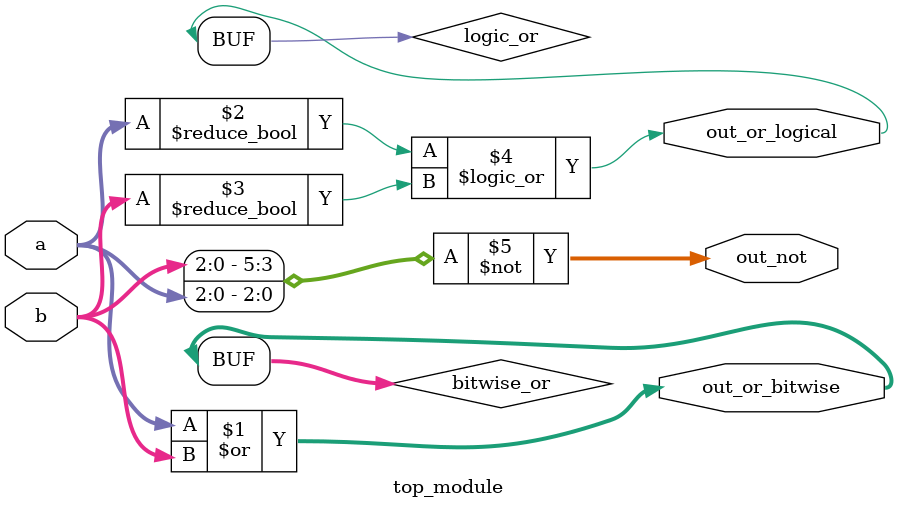
<source format=sv>
module top_module(
    input [2:0] a,
    input [2:0] b,
    output [2:0] out_or_bitwise,
    output out_or_logical,
    output [5:0] out_not
);

    // Define internal signals for bitwise and logical operations
    wire [2:0] bitwise_or;
    wire logic_or;
    
    // Perform bitwise OR operation
    assign bitwise_or = a | b;
    
    // Perform logical OR operation
    assign logic_or = (a != 0) || (b != 0);
    
    // Perform bitwise NOT operation
    assign out_not = ~{b, a};
    
    // Assign outputs
    assign out_or_bitwise = bitwise_or;
    assign out_or_logical = logic_or;

endmodule

</source>
